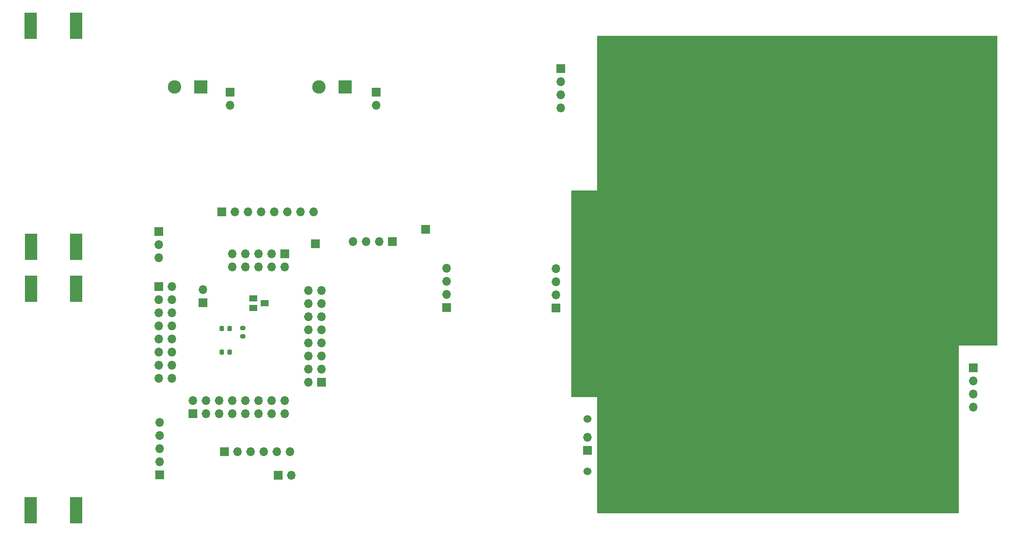
<source format=gbr>
%TF.GenerationSoftware,KiCad,Pcbnew,7.0.9*%
%TF.CreationDate,2023-12-08T00:16:34+01:00*%
%TF.ProjectId,SMPS_V1,534d5053-5f56-4312-9e6b-696361645f70,rev?*%
%TF.SameCoordinates,Original*%
%TF.FileFunction,Soldermask,Bot*%
%TF.FilePolarity,Negative*%
%FSLAX46Y46*%
G04 Gerber Fmt 4.6, Leading zero omitted, Abs format (unit mm)*
G04 Created by KiCad (PCBNEW 7.0.9) date 2023-12-08 00:16:34*
%MOMM*%
%LPD*%
G01*
G04 APERTURE LIST*
G04 Aperture macros list*
%AMRoundRect*
0 Rectangle with rounded corners*
0 $1 Rounding radius*
0 $2 $3 $4 $5 $6 $7 $8 $9 X,Y pos of 4 corners*
0 Add a 4 corners polygon primitive as box body*
4,1,4,$2,$3,$4,$5,$6,$7,$8,$9,$2,$3,0*
0 Add four circle primitives for the rounded corners*
1,1,$1+$1,$2,$3*
1,1,$1+$1,$4,$5*
1,1,$1+$1,$6,$7*
1,1,$1+$1,$8,$9*
0 Add four rect primitives between the rounded corners*
20,1,$1+$1,$2,$3,$4,$5,0*
20,1,$1+$1,$4,$5,$6,$7,0*
20,1,$1+$1,$6,$7,$8,$9,0*
20,1,$1+$1,$8,$9,$2,$3,0*%
G04 Aperture macros list end*
%ADD10R,1.700000X1.700000*%
%ADD11O,1.700000X1.700000*%
%ADD12R,4.500000X2.500000*%
%ADD13O,4.500000X2.500000*%
%ADD14R,2.420000X5.080000*%
%ADD15C,2.400000*%
%ADD16C,1.524000*%
%ADD17O,2.400000X2.400000*%
%ADD18R,2.500000X2.500000*%
%ADD19RoundRect,0.102000X1.200000X1.200000X-1.200000X1.200000X-1.200000X-1.200000X1.200000X-1.200000X0*%
%ADD20C,2.604000*%
%ADD21C,6.204000*%
%ADD22RoundRect,0.102000X1.200000X-1.200000X1.200000X1.200000X-1.200000X1.200000X-1.200000X-1.200000X0*%
%ADD23C,2.800000*%
%ADD24O,2.800000X2.800000*%
%ADD25RoundRect,0.225000X-0.225000X-0.250000X0.225000X-0.250000X0.225000X0.250000X-0.225000X0.250000X0*%
%ADD26RoundRect,0.102000X0.700000X-0.500000X0.700000X0.500000X-0.700000X0.500000X-0.700000X-0.500000X0*%
%ADD27RoundRect,0.200000X0.275000X-0.200000X0.275000X0.200000X-0.275000X0.200000X-0.275000X-0.200000X0*%
G04 APERTURE END LIST*
D10*
%TO.C,J25*%
X163364200Y-92670800D03*
D11*
X163364200Y-90130800D03*
X163364200Y-87590800D03*
X163364200Y-85050800D03*
%TD*%
D10*
%TO.C,J24*%
X184554000Y-92731600D03*
D11*
X184554000Y-90191600D03*
X184554000Y-87651600D03*
X184554000Y-85111600D03*
%TD*%
D12*
%TO.C,Q4*%
X202080000Y-92630000D03*
D13*
X202080000Y-98080000D03*
X202080000Y-103530000D03*
%TD*%
D12*
%TO.C,Q3*%
X202080000Y-66490000D03*
D13*
X202080000Y-71940000D03*
X202080000Y-77390000D03*
%TD*%
D10*
%TO.C,J12*%
X152900000Y-79900000D03*
D11*
X150360000Y-79900000D03*
X147820000Y-79900000D03*
X145280000Y-79900000D03*
%TD*%
D14*
%TO.C,J32*%
X91630000Y-131930000D03*
X82870000Y-131930000D03*
%TD*%
%TO.C,J31*%
X82917000Y-89060000D03*
X91677000Y-89060000D03*
%TD*%
%TO.C,J30*%
X91677000Y-80920000D03*
X82917000Y-80920000D03*
%TD*%
%TO.C,J29*%
X82870000Y-38070000D03*
X91630000Y-38070000D03*
%TD*%
D10*
%TO.C,J18*%
X202334000Y-111934000D03*
%TD*%
D15*
%TO.C,R15*%
X195758500Y-126920000D03*
D16*
X190678500Y-124380000D03*
X190678500Y-114220000D03*
D17*
X195758500Y-111680000D03*
%TD*%
D10*
%TO.C,J26*%
X121511200Y-50923200D03*
D11*
X121511200Y-53463200D03*
%TD*%
D18*
%TO.C,C13*%
X261800000Y-51990000D03*
X261800000Y-79990000D03*
%TD*%
D10*
%TO.C,J5*%
X116250000Y-91770000D03*
D11*
X116250000Y-89230000D03*
%TD*%
D10*
%TO.C,J19*%
X190650000Y-120316000D03*
D11*
X190650000Y-117776000D03*
%TD*%
D10*
%TO.C,J4*%
X119874000Y-74101000D03*
D11*
X122414000Y-74101000D03*
X124954000Y-74101000D03*
X127494000Y-74101000D03*
X130034000Y-74101000D03*
X132574000Y-74101000D03*
X135114000Y-74101000D03*
X137654000Y-74101000D03*
%TD*%
D19*
%TO.C,J16*%
X202080000Y-49450000D03*
D20*
X197000000Y-49450000D03*
%TD*%
D10*
%TO.C,J1*%
X107682000Y-77911000D03*
D11*
X107682000Y-80451000D03*
X107682000Y-82991000D03*
%TD*%
D10*
%TO.C,J2*%
X107682000Y-88579000D03*
D11*
X110222000Y-88579000D03*
X107682000Y-91119000D03*
X110222000Y-91119000D03*
X107682000Y-93659000D03*
X110222000Y-93659000D03*
X107682000Y-96199000D03*
X110222000Y-96199000D03*
X107682000Y-98739000D03*
X110222000Y-98739000D03*
X107682000Y-101279000D03*
X110222000Y-101279000D03*
X107682000Y-103819000D03*
X110222000Y-103819000D03*
X107682000Y-106359000D03*
X110222000Y-106359000D03*
%TD*%
D21*
%TO.C,L1*%
X223118000Y-85772000D03*
X243018000Y-85772000D03*
%TD*%
D10*
%TO.C,J14*%
X159320200Y-77542400D03*
%TD*%
%TO.C,J8*%
X120382000Y-120570000D03*
D11*
X122922000Y-120570000D03*
X125462000Y-120570000D03*
X128002000Y-120570000D03*
X130542000Y-120570000D03*
X133082000Y-120570000D03*
%TD*%
D10*
%TO.C,J10*%
X107800000Y-125130000D03*
D11*
X107800000Y-122590000D03*
X107800000Y-120050000D03*
X107800000Y-117510000D03*
X107800000Y-114970000D03*
%TD*%
D15*
%TO.C,R16*%
X220368000Y-123872000D03*
D16*
X222908000Y-118792000D03*
X233068000Y-118792000D03*
D17*
X235608000Y-123872000D03*
%TD*%
D10*
%TO.C,J13*%
X139178000Y-107121000D03*
D11*
X136638000Y-107121000D03*
X139178000Y-104581000D03*
X136638000Y-104581000D03*
X139178000Y-102041000D03*
X136638000Y-102041000D03*
X139178000Y-99501000D03*
X136638000Y-99501000D03*
X139178000Y-96961000D03*
X136638000Y-96961000D03*
X139178000Y-94421000D03*
X136638000Y-94421000D03*
X139178000Y-91881000D03*
X136638000Y-91881000D03*
X139178000Y-89341000D03*
X136638000Y-89341000D03*
%TD*%
D19*
%TO.C,J11*%
X143750000Y-49912500D03*
D20*
X138670000Y-49912500D03*
%TD*%
D10*
%TO.C,J28*%
X137986792Y-80331208D03*
%TD*%
%TO.C,J22*%
X265326000Y-104314000D03*
D11*
X265326000Y-106854000D03*
X265326000Y-109394000D03*
X265326000Y-111934000D03*
%TD*%
D10*
%TO.C,J9*%
X130796000Y-125142000D03*
D11*
X133336000Y-125142000D03*
%TD*%
D10*
%TO.C,J6*%
X132066000Y-82229000D03*
D11*
X132066000Y-84769000D03*
X129526000Y-82229000D03*
X129526000Y-84769000D03*
X126986000Y-82229000D03*
X126986000Y-84769000D03*
X124446000Y-82229000D03*
X124446000Y-84769000D03*
X121906000Y-82229000D03*
X121906000Y-84769000D03*
%TD*%
D19*
%TO.C,J3*%
X115810000Y-49895000D03*
D20*
X110730000Y-49895000D03*
%TD*%
D10*
%TO.C,J7*%
X114286000Y-113217000D03*
D11*
X114286000Y-110677000D03*
X116826000Y-113217000D03*
X116826000Y-110677000D03*
X119366000Y-113217000D03*
X119366000Y-110677000D03*
X121906000Y-113217000D03*
X121906000Y-110677000D03*
X124446000Y-113217000D03*
X124446000Y-110677000D03*
X126986000Y-113217000D03*
X126986000Y-110677000D03*
X129526000Y-113217000D03*
X129526000Y-110677000D03*
X132066000Y-113217000D03*
X132066000Y-110677000D03*
%TD*%
D18*
%TO.C,C12*%
X220846000Y-54276000D03*
X248846000Y-54276000D03*
%TD*%
D10*
%TO.C,J27*%
X149756000Y-50923200D03*
D11*
X149756000Y-53463200D03*
%TD*%
%TO.C,J15*%
X185500000Y-54000000D03*
X185500000Y-51460000D03*
X185500000Y-48920000D03*
D10*
X185500000Y-46380000D03*
%TD*%
%TO.C,J17*%
X201826000Y-85010000D03*
%TD*%
D20*
%TO.C,J23*%
X264264500Y-91106000D03*
D22*
X264264500Y-96186000D03*
%TD*%
D10*
%TO.C,J21*%
X251102000Y-116500000D03*
D11*
X251102000Y-119040000D03*
%TD*%
D23*
%TO.C,R13*%
X190650000Y-88820000D03*
D24*
X190650000Y-73580000D03*
%TD*%
D15*
%TO.C,R19*%
X246022000Y-109500000D03*
D16*
X251102000Y-112040000D03*
X251102000Y-122200000D03*
D17*
X246022000Y-124740000D03*
%TD*%
D10*
%TO.C,J20*%
X229004000Y-118538000D03*
D11*
X226464000Y-118538000D03*
%TD*%
D25*
%TO.C,C14*%
X119874000Y-101279000D03*
X121424000Y-101279000D03*
%TD*%
D26*
%TO.C,D2*%
X125970000Y-92752000D03*
X125970000Y-90852000D03*
X128170000Y-91802000D03*
%TD*%
D25*
%TO.C,C15*%
X119861000Y-96694000D03*
X121411000Y-96694000D03*
%TD*%
D27*
%TO.C,R23*%
X123938000Y-98281000D03*
X123938000Y-96631000D03*
%TD*%
G36*
X269943039Y-40019685D02*
G01*
X269988794Y-40072489D01*
X270000000Y-40124000D01*
X270000000Y-99876000D01*
X269980315Y-99943039D01*
X269927511Y-99988794D01*
X269876000Y-100000000D01*
X262500000Y-100000000D01*
X262500000Y-132376000D01*
X262480315Y-132443039D01*
X262427511Y-132488794D01*
X262376000Y-132500000D01*
X192624000Y-132500000D01*
X192556961Y-132480315D01*
X192511206Y-132427511D01*
X192500000Y-132376000D01*
X192500000Y-110000000D01*
X187624000Y-110000000D01*
X187556961Y-109980315D01*
X187511206Y-109927511D01*
X187500000Y-109876000D01*
X187500000Y-70124000D01*
X187519685Y-70056961D01*
X187572489Y-70011206D01*
X187624000Y-70000000D01*
X192500000Y-70000000D01*
X192500000Y-40124000D01*
X192519685Y-40056961D01*
X192572489Y-40011206D01*
X192624000Y-40000000D01*
X269876000Y-40000000D01*
X269943039Y-40019685D01*
G37*
M02*

</source>
